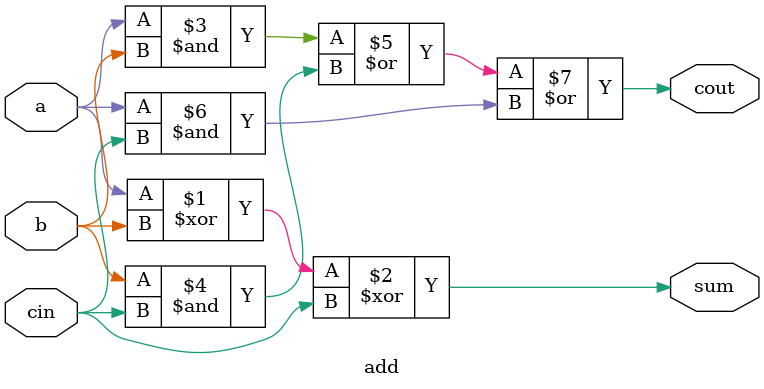
<source format=v>
`timescale 1ns / 1ps


module add(a,b,cin,cout,sum);
input a,b,cin;
output sum,cout;

assign sum = a ^ b ^ cin;
assign cout = (a & b) | (b & cin) | (a & cin); 

endmodule

</source>
